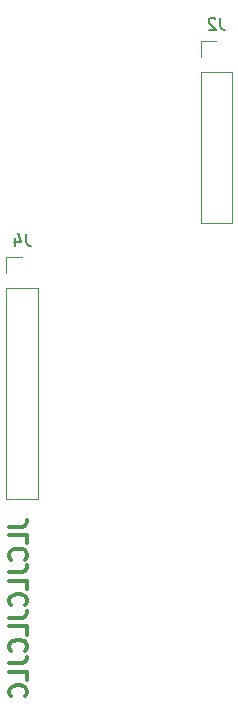
<source format=gbo>
G04 #@! TF.GenerationSoftware,KiCad,Pcbnew,8.0.6-8.0.6-0~ubuntu22.04.1*
G04 #@! TF.CreationDate,2025-04-15T21:33:46+01:00*
G04 #@! TF.ProjectId,RP2040-VCO,52503230-3430-42d5-9643-4f2e6b696361,rev?*
G04 #@! TF.SameCoordinates,Original*
G04 #@! TF.FileFunction,Legend,Bot*
G04 #@! TF.FilePolarity,Positive*
%FSLAX46Y46*%
G04 Gerber Fmt 4.6, Leading zero omitted, Abs format (unit mm)*
G04 Created by KiCad (PCBNEW 8.0.6-8.0.6-0~ubuntu22.04.1) date 2025-04-15 21:33:46*
%MOMM*%
%LPD*%
G01*
G04 APERTURE LIST*
%ADD10C,0.300000*%
%ADD11C,0.150000*%
%ADD12C,0.120000*%
%ADD13R,1.930000X1.830000*%
%ADD14C,2.130000*%
%ADD15C,4.000000*%
%ADD16C,1.800000*%
%ADD17C,1.500000*%
%ADD18C,1.524000*%
%ADD19C,3.200000*%
%ADD20O,3.200000X5.000000*%
%ADD21R,1.700000X1.700000*%
%ADD22O,1.700000X1.700000*%
G04 APERTURE END LIST*
D10*
X74678328Y-89271428D02*
X75749757Y-89271428D01*
X75749757Y-89271428D02*
X75964042Y-89199999D01*
X75964042Y-89199999D02*
X76106900Y-89057142D01*
X76106900Y-89057142D02*
X76178328Y-88842856D01*
X76178328Y-88842856D02*
X76178328Y-88699999D01*
X76178328Y-90699999D02*
X76178328Y-89985713D01*
X76178328Y-89985713D02*
X74678328Y-89985713D01*
X76035471Y-92057142D02*
X76106900Y-91985714D01*
X76106900Y-91985714D02*
X76178328Y-91771428D01*
X76178328Y-91771428D02*
X76178328Y-91628571D01*
X76178328Y-91628571D02*
X76106900Y-91414285D01*
X76106900Y-91414285D02*
X75964042Y-91271428D01*
X75964042Y-91271428D02*
X75821185Y-91199999D01*
X75821185Y-91199999D02*
X75535471Y-91128571D01*
X75535471Y-91128571D02*
X75321185Y-91128571D01*
X75321185Y-91128571D02*
X75035471Y-91199999D01*
X75035471Y-91199999D02*
X74892614Y-91271428D01*
X74892614Y-91271428D02*
X74749757Y-91414285D01*
X74749757Y-91414285D02*
X74678328Y-91628571D01*
X74678328Y-91628571D02*
X74678328Y-91771428D01*
X74678328Y-91771428D02*
X74749757Y-91985714D01*
X74749757Y-91985714D02*
X74821185Y-92057142D01*
X74678328Y-93128571D02*
X75749757Y-93128571D01*
X75749757Y-93128571D02*
X75964042Y-93057142D01*
X75964042Y-93057142D02*
X76106900Y-92914285D01*
X76106900Y-92914285D02*
X76178328Y-92699999D01*
X76178328Y-92699999D02*
X76178328Y-92557142D01*
X76178328Y-94557142D02*
X76178328Y-93842856D01*
X76178328Y-93842856D02*
X74678328Y-93842856D01*
X76035471Y-95914285D02*
X76106900Y-95842857D01*
X76106900Y-95842857D02*
X76178328Y-95628571D01*
X76178328Y-95628571D02*
X76178328Y-95485714D01*
X76178328Y-95485714D02*
X76106900Y-95271428D01*
X76106900Y-95271428D02*
X75964042Y-95128571D01*
X75964042Y-95128571D02*
X75821185Y-95057142D01*
X75821185Y-95057142D02*
X75535471Y-94985714D01*
X75535471Y-94985714D02*
X75321185Y-94985714D01*
X75321185Y-94985714D02*
X75035471Y-95057142D01*
X75035471Y-95057142D02*
X74892614Y-95128571D01*
X74892614Y-95128571D02*
X74749757Y-95271428D01*
X74749757Y-95271428D02*
X74678328Y-95485714D01*
X74678328Y-95485714D02*
X74678328Y-95628571D01*
X74678328Y-95628571D02*
X74749757Y-95842857D01*
X74749757Y-95842857D02*
X74821185Y-95914285D01*
X74678328Y-96985714D02*
X75749757Y-96985714D01*
X75749757Y-96985714D02*
X75964042Y-96914285D01*
X75964042Y-96914285D02*
X76106900Y-96771428D01*
X76106900Y-96771428D02*
X76178328Y-96557142D01*
X76178328Y-96557142D02*
X76178328Y-96414285D01*
X76178328Y-98414285D02*
X76178328Y-97699999D01*
X76178328Y-97699999D02*
X74678328Y-97699999D01*
X76035471Y-99771428D02*
X76106900Y-99700000D01*
X76106900Y-99700000D02*
X76178328Y-99485714D01*
X76178328Y-99485714D02*
X76178328Y-99342857D01*
X76178328Y-99342857D02*
X76106900Y-99128571D01*
X76106900Y-99128571D02*
X75964042Y-98985714D01*
X75964042Y-98985714D02*
X75821185Y-98914285D01*
X75821185Y-98914285D02*
X75535471Y-98842857D01*
X75535471Y-98842857D02*
X75321185Y-98842857D01*
X75321185Y-98842857D02*
X75035471Y-98914285D01*
X75035471Y-98914285D02*
X74892614Y-98985714D01*
X74892614Y-98985714D02*
X74749757Y-99128571D01*
X74749757Y-99128571D02*
X74678328Y-99342857D01*
X74678328Y-99342857D02*
X74678328Y-99485714D01*
X74678328Y-99485714D02*
X74749757Y-99700000D01*
X74749757Y-99700000D02*
X74821185Y-99771428D01*
X74678328Y-100842857D02*
X75749757Y-100842857D01*
X75749757Y-100842857D02*
X75964042Y-100771428D01*
X75964042Y-100771428D02*
X76106900Y-100628571D01*
X76106900Y-100628571D02*
X76178328Y-100414285D01*
X76178328Y-100414285D02*
X76178328Y-100271428D01*
X76178328Y-102271428D02*
X76178328Y-101557142D01*
X76178328Y-101557142D02*
X74678328Y-101557142D01*
X76035471Y-103628571D02*
X76106900Y-103557143D01*
X76106900Y-103557143D02*
X76178328Y-103342857D01*
X76178328Y-103342857D02*
X76178328Y-103200000D01*
X76178328Y-103200000D02*
X76106900Y-102985714D01*
X76106900Y-102985714D02*
X75964042Y-102842857D01*
X75964042Y-102842857D02*
X75821185Y-102771428D01*
X75821185Y-102771428D02*
X75535471Y-102700000D01*
X75535471Y-102700000D02*
X75321185Y-102700000D01*
X75321185Y-102700000D02*
X75035471Y-102771428D01*
X75035471Y-102771428D02*
X74892614Y-102842857D01*
X74892614Y-102842857D02*
X74749757Y-102985714D01*
X74749757Y-102985714D02*
X74678328Y-103200000D01*
X74678328Y-103200000D02*
X74678328Y-103342857D01*
X74678328Y-103342857D02*
X74749757Y-103557143D01*
X74749757Y-103557143D02*
X74821185Y-103628571D01*
D11*
X92533333Y-46184819D02*
X92533333Y-46899104D01*
X92533333Y-46899104D02*
X92580952Y-47041961D01*
X92580952Y-47041961D02*
X92676190Y-47137200D01*
X92676190Y-47137200D02*
X92819047Y-47184819D01*
X92819047Y-47184819D02*
X92914285Y-47184819D01*
X92104761Y-46280057D02*
X92057142Y-46232438D01*
X92057142Y-46232438D02*
X91961904Y-46184819D01*
X91961904Y-46184819D02*
X91723809Y-46184819D01*
X91723809Y-46184819D02*
X91628571Y-46232438D01*
X91628571Y-46232438D02*
X91580952Y-46280057D01*
X91580952Y-46280057D02*
X91533333Y-46375295D01*
X91533333Y-46375295D02*
X91533333Y-46470533D01*
X91533333Y-46470533D02*
X91580952Y-46613390D01*
X91580952Y-46613390D02*
X92152380Y-47184819D01*
X92152380Y-47184819D02*
X91533333Y-47184819D01*
X76083333Y-64484819D02*
X76083333Y-65199104D01*
X76083333Y-65199104D02*
X76130952Y-65341961D01*
X76130952Y-65341961D02*
X76226190Y-65437200D01*
X76226190Y-65437200D02*
X76369047Y-65484819D01*
X76369047Y-65484819D02*
X76464285Y-65484819D01*
X75178571Y-64818152D02*
X75178571Y-65484819D01*
X75416666Y-64437200D02*
X75654761Y-65151485D01*
X75654761Y-65151485D02*
X75035714Y-65151485D01*
D12*
X90870000Y-48170000D02*
X90870000Y-49500000D01*
X90870000Y-50770000D02*
X90870000Y-63530000D01*
X92200000Y-48170000D02*
X90870000Y-48170000D01*
X93530000Y-50770000D02*
X90870000Y-50770000D01*
X93530000Y-50770000D02*
X93530000Y-63530000D01*
X93530000Y-63530000D02*
X90870000Y-63530000D01*
X74420000Y-66470000D02*
X74420000Y-67800000D01*
X74420000Y-69070000D02*
X74420000Y-86910000D01*
X75750000Y-66470000D02*
X74420000Y-66470000D01*
X77080000Y-69070000D02*
X74420000Y-69070000D01*
X77080000Y-69070000D02*
X77080000Y-86910000D01*
X77080000Y-86910000D02*
X74420000Y-86910000D01*
%LPC*%
D13*
X89000000Y-133600000D03*
D14*
X89000000Y-145000000D03*
X89000000Y-136700000D03*
D13*
X79000000Y-133600000D03*
D14*
X79000000Y-145000000D03*
X79000000Y-136700000D03*
D13*
X79000000Y-119100000D03*
D14*
X79000000Y-130500000D03*
X79000000Y-122200000D03*
D15*
X79600000Y-43000000D03*
X88400000Y-43000000D03*
D16*
X81500000Y-50000000D03*
X84000000Y-50000000D03*
X86500000Y-50000000D03*
D17*
X86460000Y-125500000D03*
D18*
X86460000Y-128040000D03*
X86460000Y-122960000D03*
X91540000Y-128040000D03*
X91540000Y-122960000D03*
X89000000Y-128200000D03*
X89000000Y-122800000D03*
D19*
X90500000Y-96000000D03*
D20*
X88700000Y-111500000D03*
X84000000Y-111500000D03*
X79300000Y-111500000D03*
D15*
X79560000Y-63500000D03*
X88360000Y-63500000D03*
D16*
X81460000Y-70500000D03*
X83960000Y-70500000D03*
X86460000Y-70500000D03*
D15*
X79600000Y-84050000D03*
X88400000Y-84050000D03*
D16*
X81500000Y-91050000D03*
X84000000Y-91050000D03*
X86500000Y-91050000D03*
D21*
X92200000Y-49500000D03*
D22*
X92200000Y-52040000D03*
X92200000Y-54580000D03*
X92200000Y-57120000D03*
X92200000Y-59660000D03*
X92200000Y-62200000D03*
D21*
X75750000Y-67800000D03*
D22*
X75750000Y-70340000D03*
X75750000Y-72880000D03*
X75750000Y-75420000D03*
X75750000Y-77960000D03*
X75750000Y-80500000D03*
X75750000Y-83040000D03*
X75750000Y-85580000D03*
%LPD*%
M02*

</source>
